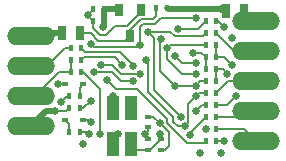
<source format=gbl>
G04 (created by PCBNEW (2013-04-19 BZR 4011)-stable) date 02/09/2014 23:44:52*
%MOIN*%
G04 Gerber Fmt 3.4, Leading zero omitted, Abs format*
%FSLAX34Y34*%
G01*
G70*
G90*
G04 APERTURE LIST*
%ADD10C,2.3622e-006*%
%ADD11R,0.0157X0.0236*%
%ADD12R,0.04X0.08*%
%ADD13R,0.0236X0.0157*%
%ADD14O,0.16X0.06*%
%ADD15R,0.0315X0.0394*%
%ADD16R,0.025X0.045*%
%ADD17C,0.025*%
%ADD18C,0.008*%
%ADD19C,0.02*%
G04 APERTURE END LIST*
G54D10*
G54D11*
X88473Y-63200D03*
X88827Y-63200D03*
G54D12*
X89750Y-66100D03*
X89750Y-67300D03*
X89150Y-67300D03*
X89150Y-66100D03*
G54D11*
X87723Y-64500D03*
X88077Y-64500D03*
X88473Y-62800D03*
X88827Y-62800D03*
X90927Y-62750D03*
X90573Y-62750D03*
X87723Y-64900D03*
X88077Y-64900D03*
X88027Y-66100D03*
X87673Y-66100D03*
G54D13*
X90750Y-67477D03*
X90750Y-67123D03*
X90300Y-66727D03*
X90300Y-66373D03*
G54D11*
X92577Y-66400D03*
X92223Y-66400D03*
X92577Y-65600D03*
X92223Y-65600D03*
X92577Y-67200D03*
X92223Y-67200D03*
X92577Y-65200D03*
X92223Y-65200D03*
X92577Y-63200D03*
X92223Y-63200D03*
X92577Y-64000D03*
X92223Y-64000D03*
X92577Y-63600D03*
X92223Y-63600D03*
X92577Y-64800D03*
X92223Y-64800D03*
X92577Y-66800D03*
X92223Y-66800D03*
X92577Y-66000D03*
X92223Y-66000D03*
X92223Y-64400D03*
X92577Y-64400D03*
X87723Y-64100D03*
X88077Y-64100D03*
G54D14*
X93900Y-63200D03*
X93900Y-64200D03*
X93900Y-65200D03*
X93900Y-66200D03*
X93900Y-67200D03*
X86400Y-63700D03*
X86400Y-64700D03*
X86400Y-65700D03*
X86400Y-66700D03*
G54D13*
X90300Y-67123D03*
X90300Y-67477D03*
G54D15*
X89700Y-63683D03*
X90075Y-62817D03*
X89325Y-62817D03*
G54D16*
X92900Y-62850D03*
X93500Y-62850D03*
X88050Y-63600D03*
X87450Y-63600D03*
G54D11*
X88027Y-66900D03*
X87673Y-66900D03*
X87673Y-65700D03*
X88027Y-65700D03*
G54D13*
X88150Y-66500D03*
X87550Y-66500D03*
X87550Y-65300D03*
X88150Y-65300D03*
G54D17*
X91400Y-66400D03*
X90300Y-63550D03*
X90250Y-64500D03*
X91550Y-66700D03*
X91900Y-65700D03*
X91700Y-67000D03*
X92223Y-66800D03*
X91900Y-63100D03*
X88400Y-63950D03*
X90050Y-64000D03*
X91900Y-66200D03*
X89800Y-65200D03*
X88500Y-64900D03*
X91200Y-64350D03*
X91900Y-64600D03*
X91300Y-63450D03*
X91200Y-65350D03*
X90750Y-63800D03*
X91900Y-65350D03*
X88750Y-64650D03*
X90050Y-64950D03*
X91900Y-64950D03*
X90950Y-64100D03*
X87400Y-65900D03*
X88950Y-65150D03*
X88350Y-66950D03*
X90200Y-66950D03*
X89300Y-66950D03*
X93250Y-65700D03*
X92850Y-63400D03*
X92850Y-67200D03*
X93100Y-64650D03*
X92950Y-64950D03*
X89800Y-64700D03*
X89450Y-64650D03*
X88700Y-66950D03*
X87300Y-65300D03*
X88400Y-66550D03*
X87200Y-66200D03*
X88800Y-63400D03*
X92050Y-67600D03*
X90700Y-66950D03*
X92750Y-62800D03*
X88400Y-65850D03*
X88150Y-67300D03*
X89150Y-65700D03*
X93100Y-63750D03*
X91800Y-64250D03*
X90700Y-66600D03*
X88300Y-63000D03*
X92750Y-67600D03*
G54D18*
X88050Y-63600D02*
X88400Y-63600D01*
X89533Y-63850D02*
X89700Y-63683D01*
X88650Y-63850D02*
X89533Y-63850D01*
X88400Y-63600D02*
X88650Y-63850D01*
X90573Y-62750D02*
X90573Y-63027D01*
X89700Y-63500D02*
X89700Y-63683D01*
X90075Y-63125D02*
X89700Y-63500D01*
X90475Y-63125D02*
X90075Y-63125D01*
X90573Y-63027D02*
X90475Y-63125D01*
X90300Y-63550D02*
X90500Y-63750D01*
X90500Y-65500D02*
X91400Y-66400D01*
X90500Y-63750D02*
X90500Y-65500D01*
X92223Y-63600D02*
X92123Y-63700D01*
X92123Y-63700D02*
X91200Y-63700D01*
X90300Y-63550D02*
X91050Y-63550D01*
X91050Y-63550D02*
X91200Y-63700D01*
X90250Y-64500D02*
X90300Y-64550D01*
X90300Y-64550D02*
X90300Y-65550D01*
X90300Y-65550D02*
X91150Y-66400D01*
X91900Y-65700D02*
X91650Y-65950D01*
X91650Y-66600D02*
X91550Y-66700D01*
X91650Y-65950D02*
X91650Y-66600D01*
X91550Y-66700D02*
X91300Y-66700D01*
X91150Y-66550D02*
X91150Y-66400D01*
X91300Y-66700D02*
X91150Y-66550D01*
X92000Y-65600D02*
X92223Y-65600D01*
X91900Y-65700D02*
X92000Y-65600D01*
X91700Y-67000D02*
X91700Y-66923D01*
X91700Y-66923D02*
X92223Y-66400D01*
X91900Y-63100D02*
X90750Y-63100D01*
X90050Y-64000D02*
X90050Y-63400D01*
X90550Y-63300D02*
X90750Y-63100D01*
X90150Y-63300D02*
X90550Y-63300D01*
X90050Y-63400D02*
X90150Y-63300D01*
X88500Y-64050D02*
X90000Y-64050D01*
X90000Y-64050D02*
X90050Y-64000D01*
X88400Y-63950D02*
X88500Y-64050D01*
X91900Y-66200D02*
X92100Y-66000D01*
X92100Y-66000D02*
X92223Y-66000D01*
X88500Y-64900D02*
X89100Y-64900D01*
X89100Y-64900D02*
X89400Y-65200D01*
X89400Y-65200D02*
X89800Y-65200D01*
X91300Y-63450D02*
X91973Y-63450D01*
X91973Y-63450D02*
X92223Y-63200D01*
X91450Y-64600D02*
X91900Y-64600D01*
X91200Y-64350D02*
X91450Y-64600D01*
X90750Y-63800D02*
X90700Y-63850D01*
X90700Y-63850D02*
X90700Y-64850D01*
X90700Y-64850D02*
X91200Y-65350D01*
X91200Y-65350D02*
X91900Y-65350D01*
X92050Y-65200D02*
X92223Y-65200D01*
X91900Y-65350D02*
X92050Y-65200D01*
X88750Y-64650D02*
X89100Y-64650D01*
X89400Y-64950D02*
X90050Y-64950D01*
X89100Y-64650D02*
X89400Y-64950D01*
X92223Y-64000D02*
X91050Y-64000D01*
X91050Y-64000D02*
X90950Y-64100D01*
X90950Y-64100D02*
X90950Y-64450D01*
X90950Y-64450D02*
X91450Y-64950D01*
X91450Y-64950D02*
X91900Y-64950D01*
X87673Y-65700D02*
X87600Y-65700D01*
X87600Y-65700D02*
X87400Y-65900D01*
X88950Y-65150D02*
X89250Y-65450D01*
X89250Y-65450D02*
X89950Y-65450D01*
X90950Y-66450D02*
X90950Y-66600D01*
X92173Y-67250D02*
X92223Y-67200D01*
X92173Y-67250D02*
X91600Y-67250D01*
X91600Y-67250D02*
X90950Y-66600D01*
X89950Y-65450D02*
X90950Y-66450D01*
X88027Y-66900D02*
X88300Y-66900D01*
X88300Y-66900D02*
X88350Y-66950D01*
X90300Y-67123D02*
X90300Y-67050D01*
X90300Y-67050D02*
X90200Y-66950D01*
X90300Y-66727D02*
X90300Y-66850D01*
X90300Y-66850D02*
X90200Y-66950D01*
X89150Y-67100D02*
X89150Y-67300D01*
X89300Y-66950D02*
X89150Y-67100D01*
X93900Y-63200D02*
X93850Y-63200D01*
X93850Y-63200D02*
X93500Y-62850D01*
X92950Y-66000D02*
X92577Y-66000D01*
X93250Y-65700D02*
X92950Y-66000D01*
X93900Y-67200D02*
X93500Y-66800D01*
X93500Y-66800D02*
X92577Y-66800D01*
X92577Y-63600D02*
X93177Y-64200D01*
X93177Y-64200D02*
X93900Y-64200D01*
X92577Y-63200D02*
X92650Y-63200D01*
X92650Y-63200D02*
X92850Y-63400D01*
X92577Y-67200D02*
X92850Y-67200D01*
X92577Y-64400D02*
X92850Y-64400D01*
X92850Y-64400D02*
X93100Y-64650D01*
X92577Y-64000D02*
X92577Y-64400D01*
X92577Y-64800D02*
X92800Y-64800D01*
X92800Y-64800D02*
X92950Y-64950D01*
X92577Y-64800D02*
X92577Y-65200D01*
X93900Y-65200D02*
X92977Y-65200D01*
X92977Y-65200D02*
X92577Y-65600D01*
X93900Y-66200D02*
X93700Y-66400D01*
X93700Y-66400D02*
X92577Y-66400D01*
X89375Y-64225D02*
X88202Y-64225D01*
X89800Y-64650D02*
X89375Y-64225D01*
X88202Y-64225D02*
X88077Y-64100D01*
X89800Y-64650D02*
X89800Y-64700D01*
X89800Y-64700D02*
X89800Y-64650D01*
X89200Y-64400D02*
X88177Y-64400D01*
X89200Y-64400D02*
X89450Y-64650D01*
X88177Y-64400D02*
X88077Y-64500D01*
X88077Y-64900D02*
X88150Y-64900D01*
X88700Y-66950D02*
X88700Y-65450D01*
X88150Y-64900D02*
X88700Y-65450D01*
G54D19*
X88827Y-62800D02*
X89308Y-62800D01*
X89308Y-62800D02*
X89325Y-62817D01*
X92750Y-62800D02*
X90977Y-62800D01*
X90977Y-62800D02*
X90927Y-62750D01*
G54D18*
X87550Y-65300D02*
X87300Y-65300D01*
X88150Y-66500D02*
X88350Y-66500D01*
X88350Y-66500D02*
X88400Y-66550D01*
X87200Y-66200D02*
X87573Y-66200D01*
X87573Y-66200D02*
X87673Y-66100D01*
G54D19*
X86400Y-66700D02*
X86900Y-66200D01*
X86900Y-66200D02*
X87200Y-66200D01*
G54D18*
X92900Y-62850D02*
X92850Y-62800D01*
X92850Y-62800D02*
X92750Y-62800D01*
G54D19*
X88827Y-63200D02*
X88827Y-63373D01*
X88827Y-63373D02*
X88800Y-63400D01*
X88827Y-62800D02*
X88827Y-63200D01*
G54D18*
X90750Y-67123D02*
X90750Y-67000D01*
X90750Y-67000D02*
X90700Y-66950D01*
X90300Y-67477D02*
X90373Y-67477D01*
X90727Y-67123D02*
X90750Y-67123D01*
X90373Y-67477D02*
X90727Y-67123D01*
X90300Y-67477D02*
X89927Y-67477D01*
X89927Y-67477D02*
X89750Y-67300D01*
X87723Y-64100D02*
X87550Y-64100D01*
X86950Y-64700D02*
X86400Y-64700D01*
X87550Y-64100D02*
X86950Y-64700D01*
X88027Y-65700D02*
X88027Y-65423D01*
X88027Y-65423D02*
X88150Y-65300D01*
X87673Y-66900D02*
X87673Y-66623D01*
X87673Y-66623D02*
X87550Y-66500D01*
G54D19*
X86400Y-63700D02*
X86500Y-63600D01*
X86500Y-63600D02*
X87450Y-63600D01*
G54D18*
X87723Y-64900D02*
X87723Y-64500D01*
X87723Y-64900D02*
X87350Y-64900D01*
X86550Y-65700D02*
X86400Y-65700D01*
X87350Y-64900D02*
X86550Y-65700D01*
X90075Y-62817D02*
X90075Y-62875D01*
X88900Y-63650D02*
X88700Y-63650D01*
X88700Y-63650D02*
X88473Y-63423D01*
X88473Y-63423D02*
X88473Y-63200D01*
X89200Y-63350D02*
X88900Y-63650D01*
X89600Y-63350D02*
X89200Y-63350D01*
X90075Y-62875D02*
X89600Y-63350D01*
X88027Y-66100D02*
X88150Y-66100D01*
X88150Y-66100D02*
X88400Y-65850D01*
X89150Y-66100D02*
X89150Y-65700D01*
X90700Y-66600D02*
X90473Y-66373D01*
X90700Y-66600D02*
X91000Y-66900D01*
X91000Y-66900D02*
X91000Y-67350D01*
X91000Y-67350D02*
X90873Y-67477D01*
X88473Y-63200D02*
X88473Y-63173D01*
X88473Y-63173D02*
X88300Y-63000D01*
X88473Y-62800D02*
X88473Y-62827D01*
X88473Y-62827D02*
X88300Y-63000D01*
X92073Y-64250D02*
X91800Y-64250D01*
X92073Y-64250D02*
X92223Y-64400D01*
X90473Y-66373D02*
X90300Y-66373D01*
X90873Y-67477D02*
X90750Y-67477D01*
X92223Y-64400D02*
X92223Y-64800D01*
M02*

</source>
